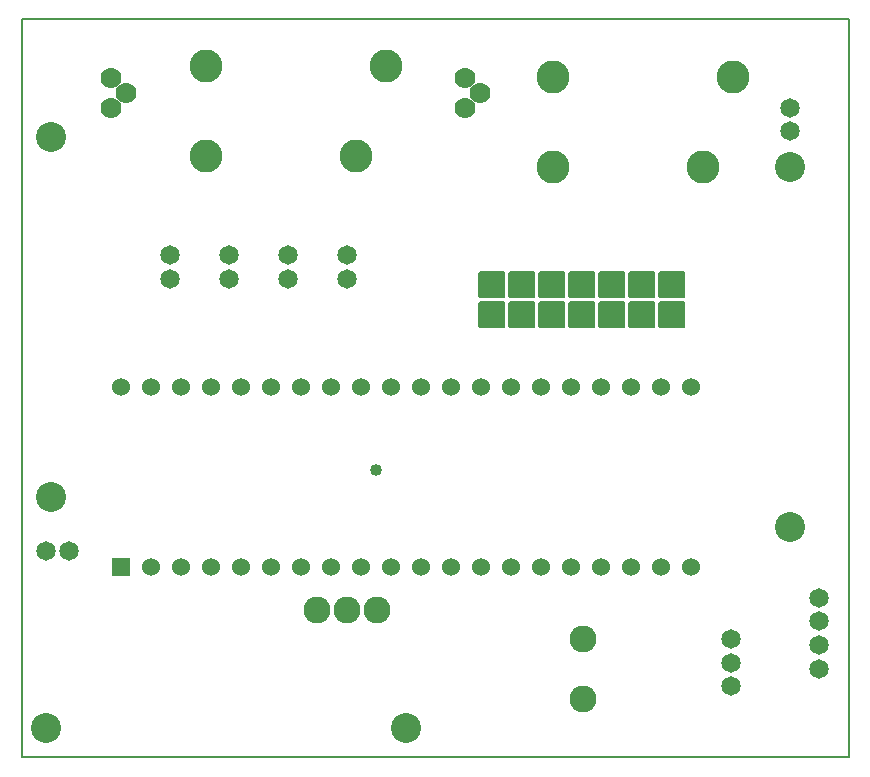
<source format=gbr>
G04 PROTEUS GERBER X2 FILE*
%TF.GenerationSoftware,Labcenter,Proteus,8.12-SP0-Build30713*%
%TF.CreationDate,2021-09-16T14:44:57+00:00*%
%TF.FileFunction,Soldermask,Bot*%
%TF.FilePolarity,Negative*%
%TF.Part,Single*%
%TF.SameCoordinates,{034bc27d-0c73-46ba-bb4b-be9bc49d2133}*%
%FSLAX45Y45*%
%MOMM*%
G01*
%TA.AperFunction,Material*%
%ADD24C,1.016000*%
%AMPPAD017*
4,1,36,
-0.635000,0.762000,
0.635000,0.762000,
0.660970,0.759470,
0.684980,0.752200,
0.706580,0.740650,
0.725290,0.725290,
0.740650,0.706570,
0.752200,0.684980,
0.759470,0.660970,
0.762000,0.635000,
0.762000,-0.635000,
0.759470,-0.660970,
0.752200,-0.684980,
0.740650,-0.706570,
0.725290,-0.725290,
0.706580,-0.740650,
0.684980,-0.752200,
0.660970,-0.759470,
0.635000,-0.762000,
-0.635000,-0.762000,
-0.660970,-0.759470,
-0.684980,-0.752200,
-0.706580,-0.740650,
-0.725290,-0.725290,
-0.740650,-0.706570,
-0.752200,-0.684980,
-0.759470,-0.660970,
-0.762000,-0.635000,
-0.762000,0.635000,
-0.759470,0.660970,
-0.752200,0.684980,
-0.740650,0.706570,
-0.725290,0.725290,
-0.706580,0.740650,
-0.684980,0.752200,
-0.660970,0.759470,
-0.635000,0.762000,
0*%
%TA.AperFunction,Material*%
%ADD25PPAD017*%
%ADD26C,1.524000*%
%TA.AperFunction,Material*%
%ADD27C,2.540000*%
%TA.AperFunction,Material*%
%ADD28C,2.794000*%
%AMPPAD021*
4,1,36,
-1.016000,1.143000,
1.016000,1.143000,
1.041970,1.140470,
1.065980,1.133200,
1.087580,1.121650,
1.106290,1.106290,
1.121650,1.087570,
1.133200,1.065980,
1.140470,1.041970,
1.143000,1.016000,
1.143000,-1.016000,
1.140470,-1.041970,
1.133200,-1.065980,
1.121650,-1.087570,
1.106290,-1.106290,
1.087580,-1.121650,
1.065980,-1.133200,
1.041970,-1.140470,
1.016000,-1.143000,
-1.016000,-1.143000,
-1.041970,-1.140470,
-1.065980,-1.133200,
-1.087580,-1.121650,
-1.106290,-1.106290,
-1.121650,-1.087570,
-1.133200,-1.065980,
-1.140470,-1.041970,
-1.143000,-1.016000,
-1.143000,1.016000,
-1.140470,1.041970,
-1.133200,1.065980,
-1.121650,1.087570,
-1.106290,1.106290,
-1.087580,1.121650,
-1.065980,1.133200,
-1.041970,1.140470,
-1.016000,1.143000,
0*%
%TA.AperFunction,Material*%
%ADD29PPAD021*%
%TA.AperFunction,Material*%
%ADD72C,2.286000*%
%TA.AperFunction,Material*%
%ADD73C,1.651000*%
%TA.AperFunction,Material*%
%ADD30C,1.778000*%
%TA.AperFunction,Profile*%
%ADD71C,0.203200*%
%TD.AperFunction*%
D24*
X-254000Y-63500D03*
D25*
X-2413000Y-889000D03*
D26*
X-2159000Y-889000D03*
X-1905000Y-889000D03*
X-1651000Y-889000D03*
X-1397000Y-889000D03*
X-1143000Y-889000D03*
X-889000Y-889000D03*
X-635000Y-889000D03*
X-381000Y-889000D03*
X-127000Y-889000D03*
X+127000Y-889000D03*
X+381000Y-889000D03*
X+635000Y-889000D03*
X+889000Y-889000D03*
X+1143000Y-889000D03*
X+1397000Y-889000D03*
X+1651000Y-889000D03*
X+1905000Y-889000D03*
X+2159000Y-889000D03*
X+2413000Y-889000D03*
X+2413000Y+635000D03*
X+2159000Y+635000D03*
X+1905000Y+635000D03*
X+1651000Y+635000D03*
X+1397000Y+635000D03*
X+1143000Y+635000D03*
X+889000Y+635000D03*
X+635000Y+635000D03*
X+381000Y+635000D03*
X+127000Y+635000D03*
X-127000Y+635000D03*
X-381000Y+635000D03*
X-635000Y+635000D03*
X-889000Y+635000D03*
X-1143000Y+635000D03*
X-1397000Y+635000D03*
X-1651000Y+635000D03*
X-1905000Y+635000D03*
X-2159000Y+635000D03*
X-2413000Y+635000D03*
D27*
X+0Y-2250000D03*
X-3048000Y-2250000D03*
D28*
X-1694000Y+2594000D03*
X-1694000Y+3356000D03*
X-170000Y+3356000D03*
X-424000Y+2594000D03*
X+1250000Y+2500000D03*
X+1250000Y+3262000D03*
X+2774000Y+3262000D03*
X+2520000Y+2500000D03*
D27*
X+3250000Y-548000D03*
X+3250000Y+2500000D03*
D29*
X+730000Y+1246000D03*
X+984000Y+1246000D03*
X+1238000Y+1246000D03*
X+1492000Y+1246000D03*
X+1746000Y+1246000D03*
X+2000000Y+1246000D03*
X+2254000Y+1246000D03*
X+2254000Y+1500000D03*
X+2000000Y+1500000D03*
X+1746000Y+1500000D03*
X+1492000Y+1500000D03*
X+1238000Y+1500000D03*
X+984000Y+1500000D03*
X+730000Y+1500000D03*
D27*
X-3000000Y+2750000D03*
X-3000000Y-298000D03*
D72*
X+1500000Y-1500000D03*
X+1500000Y-2008000D03*
X-246000Y-1250000D03*
X-500000Y-1250000D03*
X-754000Y-1250000D03*
D73*
X+3500000Y-1150000D03*
X+3500000Y-1350000D03*
X+3500000Y-1550000D03*
X+3500000Y-1750000D03*
D30*
X-2500000Y+3250000D03*
X-2373000Y+3123000D03*
X-2500000Y+2996000D03*
X+500000Y+3250000D03*
X+627000Y+3123000D03*
X+500000Y+2996000D03*
D73*
X+2750000Y-1900000D03*
X+2750000Y-1700000D03*
X+2750000Y-1500000D03*
X-500000Y+1750000D03*
X-500000Y+1550000D03*
X+3250000Y+2800000D03*
X+3250000Y+3000000D03*
X-1500000Y+1750000D03*
X-1500000Y+1550000D03*
X-2850000Y-750000D03*
X-3050000Y-750000D03*
X-1000000Y+1750000D03*
X-1000000Y+1550000D03*
X-2000000Y+1750000D03*
X-2000000Y+1550000D03*
D71*
X-3250000Y-2500000D02*
X+3750000Y-2500000D01*
X+3750000Y+3750000D01*
X-3250000Y+3750000D01*
X-3250000Y-2500000D01*
M02*

</source>
